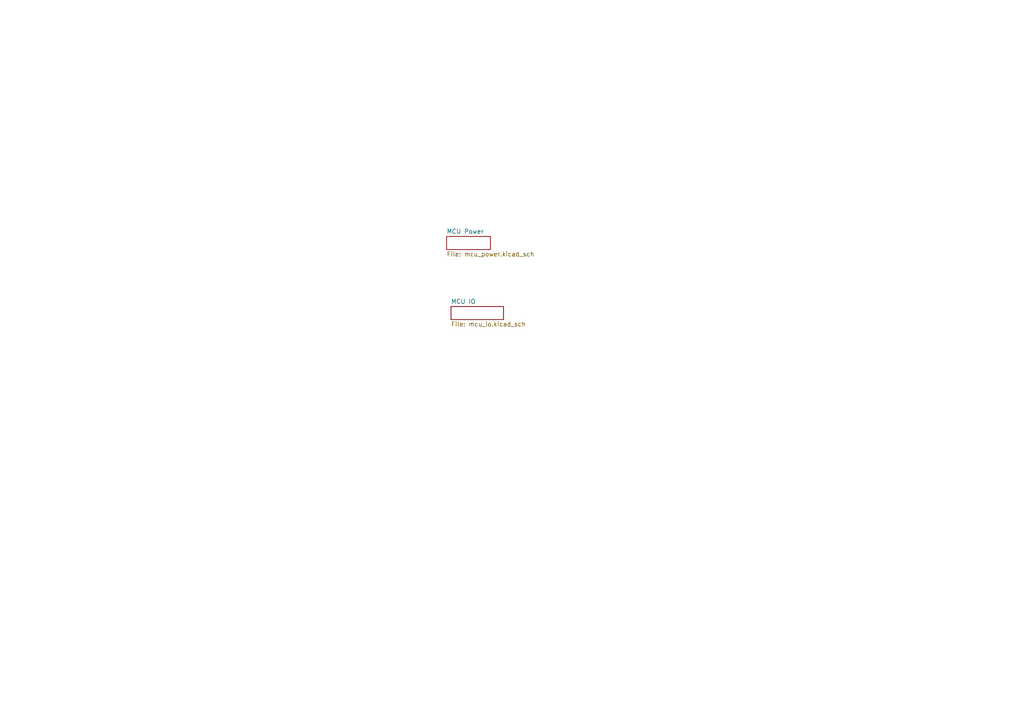
<source format=kicad_sch>
(kicad_sch
	(version 20250114)
	(generator "eeschema")
	(generator_version "9.0")
	(uuid "d515441d-ce52-4ea8-8f43-ec7e65bfc535")
	(paper "A4")
	(title_block
		(title "Hoppen FC")
		(date "2025-12-13")
		(rev "1.0")
		(company "Hoppen")
	)
	(lib_symbols)
	(sheet
		(at 130.81 88.9)
		(size 15.24 3.81)
		(exclude_from_sim no)
		(in_bom yes)
		(on_board yes)
		(dnp no)
		(fields_autoplaced yes)
		(stroke
			(width 0.1524)
			(type solid)
		)
		(fill
			(color 0 0 0 0.0000)
		)
		(uuid "b2889d66-ad44-4386-8a59-32f6d6b6b256")
		(property "Sheetname" "MCU IO"
			(at 130.81 88.1884 0)
			(effects
				(font
					(size 1.27 1.27)
				)
				(justify left bottom)
			)
		)
		(property "Sheetfile" "mcu_io.kicad_sch"
			(at 130.81 93.2946 0)
			(effects
				(font
					(size 1.27 1.27)
				)
				(justify left top)
			)
		)
		(instances
			(project "hoppen_fc"
				(path "/abe950a1-9eef-4508-9fd4-31d3e723e029/c85454e5-a89e-41eb-a5ed-71b4fc4cf13a"
					(page "5")
				)
			)
		)
	)
	(sheet
		(at 129.54 68.58)
		(size 12.7 3.81)
		(exclude_from_sim no)
		(in_bom yes)
		(on_board yes)
		(dnp no)
		(fields_autoplaced yes)
		(stroke
			(width 0.1524)
			(type solid)
		)
		(fill
			(color 0 0 0 0.0000)
		)
		(uuid "e8dec57f-fe0f-4242-be3c-094f4ce75313")
		(property "Sheetname" "MCU Power"
			(at 129.54 67.8684 0)
			(effects
				(font
					(size 1.27 1.27)
				)
				(justify left bottom)
			)
		)
		(property "Sheetfile" "mcu_power.kicad_sch"
			(at 129.54 72.9746 0)
			(effects
				(font
					(size 1.27 1.27)
				)
				(justify left top)
			)
		)
		(instances
			(project "hoppen_fc"
				(path "/abe950a1-9eef-4508-9fd4-31d3e723e029/c85454e5-a89e-41eb-a5ed-71b4fc4cf13a"
					(page "4")
				)
			)
		)
	)
)

</source>
